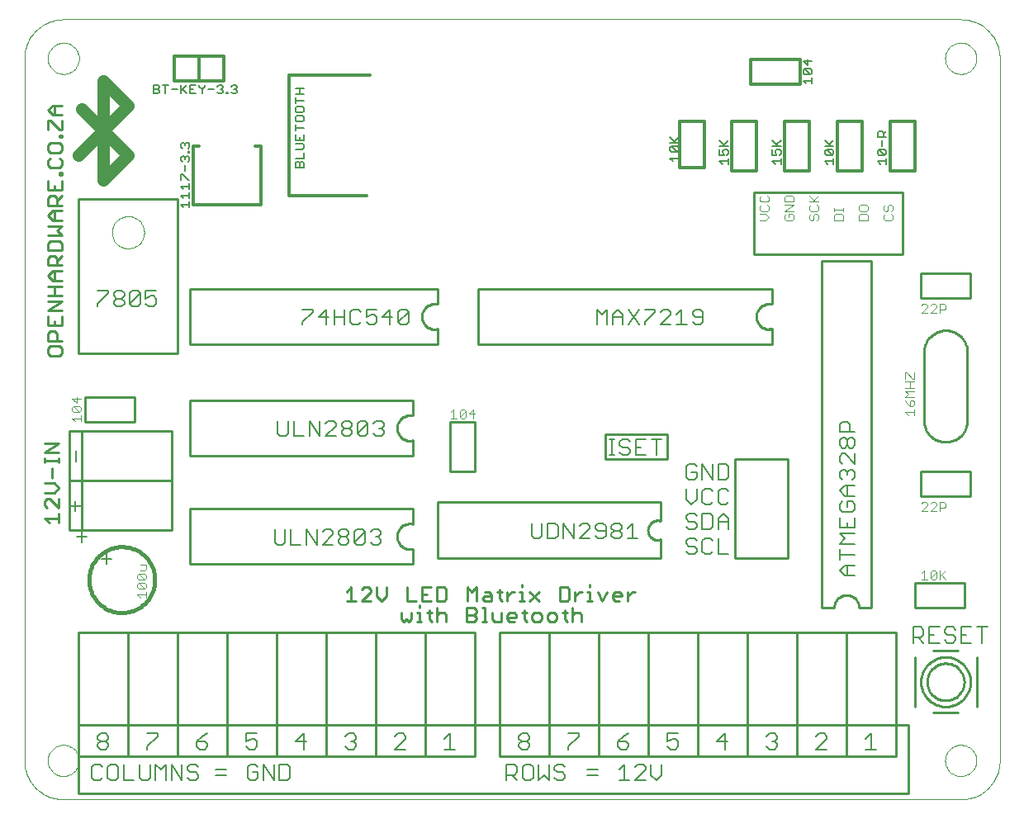
<source format=gto>
G75*
G70*
%OFA0B0*%
%FSLAX24Y24*%
%IPPOS*%
%LPD*%
%AMOC8*
5,1,8,0,0,1.08239X$1,22.5*
%
%ADD10C,0.0060*%
%ADD11C,0.0100*%
%ADD12C,0.0040*%
%ADD13C,0.0080*%
%ADD14C,0.0050*%
%ADD15C,0.0120*%
%ADD16C,0.0500*%
%ADD17C,0.0090*%
%ADD18C,0.0160*%
%ADD19C,0.0000*%
D10*
X007453Y043472D02*
X007666Y043472D01*
X007773Y043579D01*
X007990Y043579D02*
X007990Y044006D01*
X008097Y044113D01*
X008311Y044113D01*
X008417Y044006D01*
X008417Y043579D01*
X008311Y043472D01*
X008097Y043472D01*
X007990Y043579D01*
X007773Y044006D02*
X007666Y044113D01*
X007453Y044113D01*
X007346Y044006D01*
X007346Y043579D01*
X007453Y043472D01*
X008635Y043472D02*
X009062Y043472D01*
X009279Y043579D02*
X009279Y044113D01*
X009706Y044113D02*
X009706Y043579D01*
X009600Y043472D01*
X009386Y043472D01*
X009279Y043579D01*
X009924Y043472D02*
X009924Y044113D01*
X010137Y043899D01*
X010351Y044113D01*
X010351Y043472D01*
X010568Y043472D02*
X010568Y044113D01*
X010996Y043472D01*
X010996Y044113D01*
X011213Y044006D02*
X011213Y043899D01*
X011320Y043792D01*
X011533Y043792D01*
X011640Y043686D01*
X011640Y043579D01*
X011533Y043472D01*
X011320Y043472D01*
X011213Y043579D01*
X011213Y044006D02*
X011320Y044113D01*
X011533Y044113D01*
X011640Y044006D01*
X011703Y044722D02*
X011916Y044722D01*
X012023Y044829D01*
X012023Y044936D01*
X011916Y045042D01*
X011596Y045042D01*
X011596Y044829D01*
X011703Y044722D01*
X011596Y045042D02*
X011809Y045256D01*
X012023Y045363D01*
X012346Y043899D02*
X012773Y043899D01*
X012773Y043686D02*
X012346Y043686D01*
X013635Y043579D02*
X013742Y043472D01*
X013955Y043472D01*
X014062Y043579D01*
X014062Y043792D01*
X013848Y043792D01*
X013635Y044006D02*
X013635Y043579D01*
X013635Y044006D02*
X013742Y044113D01*
X013955Y044113D01*
X014062Y044006D01*
X014279Y044113D02*
X014279Y043472D01*
X014706Y043472D02*
X014279Y044113D01*
X014706Y044113D02*
X014706Y043472D01*
X014924Y043472D02*
X015244Y043472D01*
X015351Y043579D01*
X015351Y044006D01*
X015244Y044113D01*
X014924Y044113D01*
X014924Y043472D01*
X015916Y044722D02*
X015916Y045363D01*
X015596Y045042D01*
X016023Y045042D01*
X017596Y044829D02*
X017703Y044722D01*
X017916Y044722D01*
X018023Y044829D01*
X018023Y044936D01*
X017916Y045042D01*
X017809Y045042D01*
X017916Y045042D02*
X018023Y045149D01*
X018023Y045256D01*
X017916Y045363D01*
X017703Y045363D01*
X017596Y045256D01*
X019596Y045256D02*
X019703Y045363D01*
X019916Y045363D01*
X020023Y045256D01*
X020023Y045149D01*
X019596Y044722D01*
X020023Y044722D01*
X021596Y044722D02*
X022023Y044722D01*
X021809Y044722D02*
X021809Y045363D01*
X021596Y045149D01*
X024096Y044113D02*
X024096Y043472D01*
X024096Y043686D02*
X024416Y043686D01*
X024523Y043792D01*
X024523Y044006D01*
X024416Y044113D01*
X024096Y044113D01*
X024309Y043686D02*
X024523Y043472D01*
X024740Y043579D02*
X024847Y043472D01*
X025061Y043472D01*
X025167Y043579D01*
X025167Y044006D01*
X025061Y044113D01*
X024847Y044113D01*
X024740Y044006D01*
X024740Y043579D01*
X025385Y043472D02*
X025598Y043686D01*
X025812Y043472D01*
X025812Y044113D01*
X026029Y044006D02*
X026029Y043899D01*
X026136Y043792D01*
X026350Y043792D01*
X026456Y043686D01*
X026456Y043579D01*
X026350Y043472D01*
X026136Y043472D01*
X026029Y043579D01*
X026029Y044006D02*
X026136Y044113D01*
X026350Y044113D01*
X026456Y044006D01*
X026596Y044722D02*
X026596Y044829D01*
X027023Y045256D01*
X027023Y045363D01*
X026596Y045363D01*
X027346Y043899D02*
X027773Y043899D01*
X027773Y043686D02*
X027346Y043686D01*
X028635Y043899D02*
X028848Y044113D01*
X028848Y043472D01*
X028635Y043472D02*
X029062Y043472D01*
X029279Y043472D02*
X029706Y043899D01*
X029706Y044006D01*
X029600Y044113D01*
X029386Y044113D01*
X029279Y044006D01*
X029279Y043472D02*
X029706Y043472D01*
X029924Y043686D02*
X029924Y044113D01*
X030351Y044113D02*
X030351Y043686D01*
X030137Y043472D01*
X029924Y043686D01*
X030703Y044722D02*
X030596Y044829D01*
X030703Y044722D02*
X030916Y044722D01*
X031023Y044829D01*
X031023Y045042D01*
X030916Y045149D01*
X030809Y045149D01*
X030596Y045042D01*
X030596Y045363D01*
X031023Y045363D01*
X032596Y045042D02*
X033023Y045042D01*
X032916Y044722D02*
X032916Y045363D01*
X032596Y045042D01*
X034596Y044829D02*
X034703Y044722D01*
X034916Y044722D01*
X035023Y044829D01*
X035023Y044936D01*
X034916Y045042D01*
X034809Y045042D01*
X034916Y045042D02*
X035023Y045149D01*
X035023Y045256D01*
X034916Y045363D01*
X034703Y045363D01*
X034596Y045256D01*
X036596Y045256D02*
X036703Y045363D01*
X036916Y045363D01*
X037023Y045256D01*
X037023Y045149D01*
X036596Y044722D01*
X037023Y044722D01*
X038596Y044722D02*
X039023Y044722D01*
X038809Y044722D02*
X038809Y045363D01*
X038596Y045149D01*
X040498Y049022D02*
X040498Y049663D01*
X040818Y049663D01*
X040925Y049556D01*
X040925Y049342D01*
X040818Y049236D01*
X040498Y049236D01*
X040712Y049236D02*
X040925Y049022D01*
X041143Y049022D02*
X041143Y049663D01*
X041570Y049663D01*
X041787Y049556D02*
X041787Y049449D01*
X041894Y049342D01*
X042107Y049342D01*
X042214Y049236D01*
X042214Y049129D01*
X042107Y049022D01*
X041894Y049022D01*
X041787Y049129D01*
X041570Y049022D02*
X041143Y049022D01*
X041143Y049342D02*
X041356Y049342D01*
X041787Y049556D02*
X041894Y049663D01*
X042107Y049663D01*
X042214Y049556D01*
X042432Y049663D02*
X042432Y049022D01*
X042859Y049022D01*
X042645Y049342D02*
X042432Y049342D01*
X042432Y049663D02*
X042859Y049663D01*
X043076Y049663D02*
X043503Y049663D01*
X043290Y049663D02*
X043290Y049022D01*
X033062Y052597D02*
X032635Y052597D01*
X032635Y053238D01*
X032417Y053131D02*
X032311Y053238D01*
X032097Y053238D01*
X031990Y053131D01*
X031990Y052704D01*
X032097Y052597D01*
X032311Y052597D01*
X032417Y052704D01*
X031773Y052704D02*
X031666Y052597D01*
X031453Y052597D01*
X031346Y052704D01*
X031453Y052917D02*
X031666Y052917D01*
X031773Y052811D01*
X031773Y052704D01*
X031453Y052917D02*
X031346Y053024D01*
X031346Y053131D01*
X031453Y053238D01*
X031666Y053238D01*
X031773Y053131D01*
X031666Y053597D02*
X031773Y053704D01*
X031773Y053811D01*
X031666Y053917D01*
X031453Y053917D01*
X031346Y054024D01*
X031346Y054131D01*
X031453Y054238D01*
X031666Y054238D01*
X031773Y054131D01*
X031990Y054238D02*
X032311Y054238D01*
X032417Y054131D01*
X032417Y053704D01*
X032311Y053597D01*
X031990Y053597D01*
X031990Y054238D01*
X032097Y054597D02*
X032311Y054597D01*
X032417Y054704D01*
X032635Y054704D02*
X032742Y054597D01*
X032955Y054597D01*
X033062Y054704D01*
X033062Y055131D02*
X032955Y055238D01*
X032742Y055238D01*
X032635Y055131D01*
X032635Y054704D01*
X032417Y055131D02*
X032311Y055238D01*
X032097Y055238D01*
X031990Y055131D01*
X031990Y054704D01*
X032097Y054597D01*
X031773Y054811D02*
X031773Y055238D01*
X031666Y055597D02*
X031773Y055704D01*
X031773Y055917D01*
X031559Y055917D01*
X031346Y055704D02*
X031453Y055597D01*
X031666Y055597D01*
X031990Y055597D02*
X031990Y056238D01*
X032417Y055597D01*
X032417Y056238D01*
X032635Y056238D02*
X032955Y056238D01*
X033062Y056131D01*
X033062Y055704D01*
X032955Y055597D01*
X032635Y055597D01*
X032635Y056238D01*
X031773Y056131D02*
X031666Y056238D01*
X031453Y056238D01*
X031346Y056131D01*
X031346Y055704D01*
X031346Y055238D02*
X031346Y054811D01*
X031559Y054597D01*
X031773Y054811D01*
X032635Y054024D02*
X032848Y054238D01*
X033062Y054024D01*
X033062Y053597D01*
X033062Y053917D02*
X032635Y053917D01*
X032635Y054024D02*
X032635Y053597D01*
X031666Y053597D02*
X031453Y053597D01*
X031346Y053704D01*
X029023Y045363D02*
X028809Y045256D01*
X028596Y045042D01*
X028916Y045042D01*
X029023Y044936D01*
X029023Y044829D01*
X028916Y044722D01*
X028703Y044722D01*
X028596Y044829D01*
X028596Y045042D01*
X025385Y044113D02*
X025385Y043472D01*
X024916Y044722D02*
X024703Y044722D01*
X024596Y044829D01*
X024596Y044936D01*
X024703Y045042D01*
X024916Y045042D01*
X025023Y044936D01*
X025023Y044829D01*
X024916Y044722D01*
X024916Y045042D02*
X025023Y045149D01*
X025023Y045256D01*
X024916Y045363D01*
X024703Y045363D01*
X024596Y045256D01*
X024596Y045149D01*
X024703Y045042D01*
X014023Y045042D02*
X014023Y044829D01*
X013916Y044722D01*
X013703Y044722D01*
X013596Y044829D01*
X013596Y045042D02*
X013809Y045149D01*
X013916Y045149D01*
X014023Y045042D01*
X014023Y045363D02*
X013596Y045363D01*
X013596Y045042D01*
X010023Y045256D02*
X009596Y044829D01*
X009596Y044722D01*
X009596Y045363D02*
X010023Y045363D01*
X010023Y045256D01*
X008635Y044113D02*
X008635Y043472D01*
X007916Y044722D02*
X007703Y044722D01*
X007596Y044829D01*
X007596Y044936D01*
X007703Y045042D01*
X007916Y045042D01*
X008023Y044936D01*
X008023Y044829D01*
X007916Y044722D01*
X007916Y045042D02*
X008023Y045149D01*
X008023Y045256D01*
X007916Y045363D01*
X007703Y045363D01*
X007596Y045256D01*
X007596Y045149D01*
X007703Y045042D01*
X006684Y054329D02*
X006684Y054756D01*
X006471Y054542D02*
X006898Y054542D01*
X006715Y056347D02*
X006715Y056774D01*
X007596Y062597D02*
X007596Y062704D01*
X008023Y063131D01*
X008023Y063238D01*
X007596Y063238D01*
X008240Y063131D02*
X008240Y063024D01*
X008347Y062917D01*
X008561Y062917D01*
X008667Y062811D01*
X008667Y062704D01*
X008561Y062597D01*
X008347Y062597D01*
X008240Y062704D01*
X008240Y062811D01*
X008347Y062917D01*
X008561Y062917D02*
X008667Y063024D01*
X008667Y063131D01*
X008561Y063238D01*
X008347Y063238D01*
X008240Y063131D01*
X008885Y063131D02*
X008885Y062704D01*
X009312Y063131D01*
X009312Y062704D01*
X009205Y062597D01*
X008992Y062597D01*
X008885Y062704D01*
X008885Y063131D02*
X008992Y063238D01*
X009205Y063238D01*
X009312Y063131D01*
X009529Y063238D02*
X009529Y062917D01*
X009743Y063024D01*
X009850Y063024D01*
X009956Y062917D01*
X009956Y062704D01*
X009850Y062597D01*
X009636Y062597D01*
X009529Y062704D01*
X009529Y063238D02*
X009956Y063238D01*
D11*
X011316Y063317D02*
X011316Y061067D01*
X021316Y061067D01*
X021316Y061692D01*
X021272Y061683D01*
X021228Y061678D01*
X021184Y061677D01*
X021139Y061680D01*
X021095Y061686D01*
X021052Y061696D01*
X021009Y061710D01*
X020969Y061728D01*
X020929Y061748D01*
X020892Y061773D01*
X020857Y061800D01*
X020824Y061830D01*
X020794Y061863D01*
X020767Y061899D01*
X020744Y061937D01*
X020723Y061976D01*
X020706Y062017D01*
X020693Y062060D01*
X020684Y062103D01*
X020678Y062148D01*
X020676Y062192D01*
X020678Y062236D01*
X020684Y062281D01*
X020693Y062324D01*
X020706Y062367D01*
X020723Y062408D01*
X020744Y062447D01*
X020767Y062485D01*
X020794Y062521D01*
X020824Y062554D01*
X020857Y062584D01*
X020892Y062611D01*
X020929Y062636D01*
X020969Y062656D01*
X021009Y062674D01*
X021052Y062688D01*
X021095Y062698D01*
X021139Y062704D01*
X021184Y062707D01*
X021228Y062706D01*
X021272Y062701D01*
X021316Y062692D01*
X021316Y063317D01*
X011316Y063317D01*
X010816Y060692D02*
X010816Y066942D01*
X006816Y066942D01*
X006816Y060692D01*
X010816Y060692D01*
X011316Y058817D02*
X020316Y058817D01*
X020316Y058192D01*
X020272Y058201D01*
X020228Y058206D01*
X020184Y058207D01*
X020139Y058204D01*
X020095Y058198D01*
X020052Y058188D01*
X020009Y058174D01*
X019969Y058156D01*
X019929Y058136D01*
X019892Y058111D01*
X019857Y058084D01*
X019824Y058054D01*
X019794Y058021D01*
X019767Y057985D01*
X019744Y057947D01*
X019723Y057908D01*
X019706Y057867D01*
X019693Y057824D01*
X019684Y057781D01*
X019678Y057736D01*
X019676Y057692D01*
X019678Y057648D01*
X019684Y057603D01*
X019693Y057560D01*
X019706Y057517D01*
X019723Y057476D01*
X019744Y057437D01*
X019767Y057399D01*
X019794Y057363D01*
X019824Y057330D01*
X019857Y057300D01*
X019892Y057273D01*
X019929Y057248D01*
X019969Y057228D01*
X020009Y057210D01*
X020052Y057196D01*
X020095Y057186D01*
X020139Y057180D01*
X020184Y057177D01*
X020228Y057178D01*
X020272Y057183D01*
X020316Y057192D01*
X020316Y056567D01*
X011316Y056567D01*
X011316Y058817D01*
X010566Y057567D02*
X006941Y057567D01*
X006441Y057567D01*
X006441Y055567D01*
X006441Y053567D01*
X006941Y053567D01*
X006941Y055567D01*
X006441Y055567D01*
X006941Y055567D02*
X010566Y055567D01*
X010566Y057567D01*
X010566Y055567D02*
X010566Y053567D01*
X006941Y053567D01*
X006941Y055567D02*
X006941Y057567D01*
X007066Y057942D02*
X007066Y058942D01*
X009066Y058942D01*
X009066Y057942D01*
X007066Y057942D01*
X011316Y054442D02*
X011316Y052192D01*
X020316Y052192D01*
X020316Y052817D01*
X020272Y052808D01*
X020228Y052803D01*
X020184Y052802D01*
X020139Y052805D01*
X020095Y052811D01*
X020052Y052821D01*
X020009Y052835D01*
X019969Y052853D01*
X019929Y052873D01*
X019892Y052898D01*
X019857Y052925D01*
X019824Y052955D01*
X019794Y052988D01*
X019767Y053024D01*
X019744Y053062D01*
X019723Y053101D01*
X019706Y053142D01*
X019693Y053185D01*
X019684Y053228D01*
X019678Y053273D01*
X019676Y053317D01*
X019678Y053361D01*
X019684Y053406D01*
X019693Y053449D01*
X019706Y053492D01*
X019723Y053533D01*
X019744Y053572D01*
X019767Y053610D01*
X019794Y053646D01*
X019824Y053679D01*
X019857Y053709D01*
X019892Y053736D01*
X019929Y053761D01*
X019969Y053781D01*
X020009Y053799D01*
X020052Y053813D01*
X020095Y053823D01*
X020139Y053829D01*
X020184Y053832D01*
X020228Y053831D01*
X020272Y053826D01*
X020316Y053817D01*
X020316Y054442D01*
X011316Y054442D01*
X010816Y049442D02*
X008816Y049442D01*
X008816Y045692D01*
X008816Y044442D01*
X006816Y044442D01*
X006816Y042942D01*
X040316Y042942D01*
X040316Y045692D01*
X039816Y045692D01*
X039816Y044442D01*
X037816Y044442D01*
X037816Y049442D01*
X035816Y049442D01*
X035816Y044442D01*
X037816Y044442D01*
X035816Y044442D02*
X033816Y044442D01*
X033816Y049442D01*
X031816Y049442D01*
X031816Y044442D01*
X033816Y044442D01*
X031816Y044442D02*
X029816Y044442D01*
X029816Y049442D01*
X027816Y049442D01*
X027816Y044442D01*
X029816Y044442D01*
X027816Y044442D02*
X025816Y044442D01*
X025816Y049442D01*
X023816Y049442D01*
X023816Y045692D01*
X023816Y044442D01*
X025816Y044442D01*
X023816Y045692D02*
X039816Y045692D01*
X039816Y049442D01*
X037816Y049442D01*
X038316Y050442D02*
X038314Y050486D01*
X038308Y050529D01*
X038299Y050571D01*
X038286Y050613D01*
X038269Y050653D01*
X038249Y050692D01*
X038226Y050729D01*
X038199Y050763D01*
X038170Y050796D01*
X038137Y050825D01*
X038103Y050852D01*
X038066Y050875D01*
X038027Y050895D01*
X037987Y050912D01*
X037945Y050925D01*
X037903Y050934D01*
X037860Y050940D01*
X037816Y050942D01*
X037772Y050940D01*
X037729Y050934D01*
X037687Y050925D01*
X037645Y050912D01*
X037605Y050895D01*
X037566Y050875D01*
X037529Y050852D01*
X037495Y050825D01*
X037462Y050796D01*
X037433Y050763D01*
X037406Y050729D01*
X037383Y050692D01*
X037363Y050653D01*
X037346Y050613D01*
X037333Y050571D01*
X037324Y050529D01*
X037318Y050486D01*
X037316Y050442D01*
X036816Y050442D01*
X036816Y064442D01*
X038816Y064442D01*
X038816Y050442D01*
X038316Y050442D01*
X040566Y050442D02*
X040566Y051442D01*
X042566Y051442D01*
X042566Y050442D01*
X040566Y050442D01*
X041316Y048692D02*
X042316Y048692D01*
X043066Y048442D02*
X043066Y046442D01*
X042316Y046192D02*
X041316Y046192D01*
X041566Y046192D02*
X042066Y046192D01*
X041066Y047442D02*
X041068Y047496D01*
X041074Y047550D01*
X041084Y047603D01*
X041097Y047656D01*
X041114Y047707D01*
X041135Y047757D01*
X041160Y047805D01*
X041188Y047852D01*
X041219Y047896D01*
X041253Y047938D01*
X041290Y047977D01*
X041330Y048014D01*
X041373Y048047D01*
X041418Y048078D01*
X041465Y048105D01*
X041513Y048128D01*
X041564Y048148D01*
X041615Y048165D01*
X041668Y048177D01*
X041721Y048186D01*
X041775Y048191D01*
X041830Y048192D01*
X041884Y048189D01*
X041937Y048182D01*
X041990Y048171D01*
X042043Y048157D01*
X042094Y048139D01*
X042143Y048117D01*
X042191Y048092D01*
X042237Y048063D01*
X042281Y048031D01*
X042322Y047996D01*
X042360Y047958D01*
X042396Y047917D01*
X042429Y047874D01*
X042459Y047829D01*
X042485Y047781D01*
X042508Y047732D01*
X042527Y047681D01*
X042542Y047630D01*
X042554Y047577D01*
X042562Y047523D01*
X042566Y047469D01*
X042566Y047415D01*
X042562Y047361D01*
X042554Y047307D01*
X042542Y047254D01*
X042527Y047203D01*
X042508Y047152D01*
X042485Y047103D01*
X042459Y047055D01*
X042429Y047010D01*
X042396Y046967D01*
X042360Y046926D01*
X042322Y046888D01*
X042281Y046853D01*
X042237Y046821D01*
X042191Y046792D01*
X042143Y046767D01*
X042094Y046745D01*
X042043Y046727D01*
X041990Y046713D01*
X041937Y046702D01*
X041884Y046695D01*
X041830Y046692D01*
X041775Y046693D01*
X041721Y046698D01*
X041668Y046707D01*
X041615Y046719D01*
X041564Y046736D01*
X041513Y046756D01*
X041465Y046779D01*
X041418Y046806D01*
X041373Y046837D01*
X041330Y046870D01*
X041290Y046907D01*
X041253Y046946D01*
X041219Y046988D01*
X041188Y047032D01*
X041160Y047079D01*
X041135Y047127D01*
X041114Y047177D01*
X041097Y047228D01*
X041084Y047281D01*
X041074Y047334D01*
X041068Y047388D01*
X041066Y047442D01*
X040816Y047442D02*
X040818Y047505D01*
X040824Y047567D01*
X040834Y047629D01*
X040847Y047691D01*
X040865Y047751D01*
X040886Y047810D01*
X040911Y047868D01*
X040940Y047924D01*
X040972Y047978D01*
X041007Y048030D01*
X041045Y048079D01*
X041087Y048127D01*
X041131Y048171D01*
X041179Y048213D01*
X041228Y048251D01*
X041280Y048286D01*
X041334Y048318D01*
X041390Y048347D01*
X041448Y048372D01*
X041507Y048393D01*
X041567Y048411D01*
X041629Y048424D01*
X041691Y048434D01*
X041753Y048440D01*
X041816Y048442D01*
X041879Y048440D01*
X041941Y048434D01*
X042003Y048424D01*
X042065Y048411D01*
X042125Y048393D01*
X042184Y048372D01*
X042242Y048347D01*
X042298Y048318D01*
X042352Y048286D01*
X042404Y048251D01*
X042453Y048213D01*
X042501Y048171D01*
X042545Y048127D01*
X042587Y048079D01*
X042625Y048030D01*
X042660Y047978D01*
X042692Y047924D01*
X042721Y047868D01*
X042746Y047810D01*
X042767Y047751D01*
X042785Y047691D01*
X042798Y047629D01*
X042808Y047567D01*
X042814Y047505D01*
X042816Y047442D01*
X042814Y047379D01*
X042808Y047317D01*
X042798Y047255D01*
X042785Y047193D01*
X042767Y047133D01*
X042746Y047074D01*
X042721Y047016D01*
X042692Y046960D01*
X042660Y046906D01*
X042625Y046854D01*
X042587Y046805D01*
X042545Y046757D01*
X042501Y046713D01*
X042453Y046671D01*
X042404Y046633D01*
X042352Y046598D01*
X042298Y046566D01*
X042242Y046537D01*
X042184Y046512D01*
X042125Y046491D01*
X042065Y046473D01*
X042003Y046460D01*
X041941Y046450D01*
X041879Y046444D01*
X041816Y046442D01*
X041753Y046444D01*
X041691Y046450D01*
X041629Y046460D01*
X041567Y046473D01*
X041507Y046491D01*
X041448Y046512D01*
X041390Y046537D01*
X041334Y046566D01*
X041280Y046598D01*
X041228Y046633D01*
X041179Y046671D01*
X041131Y046713D01*
X041087Y046757D01*
X041045Y046805D01*
X041007Y046854D01*
X040972Y046906D01*
X040940Y046960D01*
X040911Y047016D01*
X040886Y047074D01*
X040865Y047133D01*
X040847Y047193D01*
X040834Y047255D01*
X040824Y047317D01*
X040818Y047379D01*
X040816Y047442D01*
X040566Y048192D02*
X040566Y046692D01*
X040566Y046442D02*
X040566Y048442D01*
X040816Y054942D02*
X040816Y055942D01*
X042816Y055942D01*
X042816Y054942D01*
X040816Y054942D01*
X040941Y057942D02*
X040941Y058067D01*
X040941Y060817D01*
X040947Y060875D01*
X040957Y060931D01*
X040970Y060987D01*
X040987Y061042D01*
X041008Y061095D01*
X041032Y061147D01*
X041059Y061198D01*
X041090Y061246D01*
X041123Y061293D01*
X041160Y061337D01*
X041200Y061379D01*
X041242Y061418D01*
X041286Y061454D01*
X041333Y061487D01*
X041382Y061517D01*
X041433Y061544D01*
X041485Y061567D01*
X041539Y061587D01*
X041594Y061603D01*
X041650Y061616D01*
X041707Y061625D01*
X041764Y061630D01*
X041821Y061632D01*
X041878Y061630D01*
X041936Y061624D01*
X041992Y061614D01*
X042048Y061601D01*
X042103Y061584D01*
X042156Y061563D01*
X042208Y061539D01*
X042259Y061512D01*
X042307Y061481D01*
X042354Y061448D01*
X042398Y061411D01*
X042440Y061371D01*
X042479Y061329D01*
X042515Y061285D01*
X042548Y061238D01*
X042578Y061189D01*
X042605Y061138D01*
X042628Y061086D01*
X042648Y061032D01*
X042664Y060977D01*
X042677Y060921D01*
X042686Y060864D01*
X042691Y060807D01*
X042693Y060750D01*
X042691Y060693D01*
X042691Y060692D02*
X042691Y057942D01*
X042691Y057943D02*
X042685Y057885D01*
X042675Y057829D01*
X042662Y057773D01*
X042645Y057718D01*
X042624Y057665D01*
X042600Y057613D01*
X042573Y057562D01*
X042542Y057514D01*
X042509Y057467D01*
X042472Y057423D01*
X042432Y057381D01*
X042390Y057342D01*
X042346Y057306D01*
X042299Y057273D01*
X042250Y057243D01*
X042199Y057216D01*
X042147Y057193D01*
X042093Y057173D01*
X042038Y057157D01*
X041982Y057144D01*
X041925Y057135D01*
X041868Y057130D01*
X041811Y057128D01*
X041754Y057130D01*
X041696Y057136D01*
X041640Y057146D01*
X041584Y057159D01*
X041529Y057176D01*
X041476Y057197D01*
X041424Y057221D01*
X041373Y057248D01*
X041325Y057279D01*
X041278Y057312D01*
X041234Y057349D01*
X041192Y057389D01*
X041153Y057431D01*
X041117Y057475D01*
X041084Y057522D01*
X041054Y057571D01*
X041027Y057622D01*
X041004Y057674D01*
X040984Y057728D01*
X040968Y057783D01*
X040955Y057839D01*
X040946Y057896D01*
X040941Y057953D01*
X040939Y058010D01*
X040941Y058067D01*
X042691Y060692D02*
X042691Y060817D01*
X042816Y062942D02*
X042816Y063942D01*
X040816Y063942D01*
X040816Y062942D01*
X042816Y062942D01*
X040066Y064692D02*
X040066Y067192D01*
X034066Y067192D01*
X034066Y064692D01*
X040066Y064692D01*
X034816Y063317D02*
X034816Y062692D01*
X034772Y062701D01*
X034728Y062706D01*
X034684Y062707D01*
X034639Y062704D01*
X034595Y062698D01*
X034552Y062688D01*
X034509Y062674D01*
X034469Y062656D01*
X034429Y062636D01*
X034392Y062611D01*
X034357Y062584D01*
X034324Y062554D01*
X034294Y062521D01*
X034267Y062485D01*
X034244Y062447D01*
X034223Y062408D01*
X034206Y062367D01*
X034193Y062324D01*
X034184Y062281D01*
X034178Y062236D01*
X034176Y062192D01*
X034178Y062148D01*
X034184Y062103D01*
X034193Y062060D01*
X034206Y062017D01*
X034223Y061976D01*
X034244Y061937D01*
X034267Y061899D01*
X034294Y061863D01*
X034324Y061830D01*
X034357Y061800D01*
X034392Y061773D01*
X034429Y061748D01*
X034469Y061728D01*
X034509Y061710D01*
X034552Y061696D01*
X034595Y061686D01*
X034639Y061680D01*
X034684Y061677D01*
X034728Y061678D01*
X034772Y061683D01*
X034816Y061692D01*
X034816Y061067D01*
X022941Y061067D01*
X022941Y063317D01*
X034816Y063317D01*
X034816Y061692D02*
X034691Y061692D01*
X035441Y056442D02*
X033316Y056442D01*
X033316Y052442D01*
X035441Y052442D01*
X035441Y056442D01*
X035816Y049442D02*
X033816Y049442D01*
X031816Y049442D02*
X029816Y049442D01*
X027816Y049442D02*
X025816Y049442D01*
X023816Y045692D02*
X020816Y045692D01*
X020816Y044442D01*
X018816Y044442D01*
X018816Y045692D01*
X018816Y049442D01*
X020816Y049442D01*
X020816Y045692D01*
X018816Y045692D01*
X016816Y045692D01*
X016816Y044442D01*
X014816Y044442D01*
X014816Y045692D01*
X014816Y049442D01*
X016816Y049442D01*
X016816Y045692D01*
X014816Y045692D01*
X012816Y045692D01*
X012816Y044442D01*
X010816Y044442D01*
X010816Y045692D01*
X010816Y049442D01*
X012816Y049442D01*
X012816Y045692D01*
X010816Y045692D01*
X008816Y045692D01*
X006816Y045692D01*
X006816Y044442D02*
X006816Y049442D01*
X008816Y049442D01*
X008816Y044442D02*
X010816Y044442D01*
X012816Y044442D02*
X014816Y044442D01*
X016816Y044442D02*
X018816Y044442D01*
X020816Y044442D02*
X022816Y044442D01*
X022816Y049442D01*
X020816Y049442D01*
X018816Y049442D02*
X016816Y049442D01*
X014816Y049442D02*
X012816Y049442D01*
X020316Y057192D02*
X020272Y057183D01*
X020228Y057178D01*
X020184Y057177D01*
X020139Y057180D01*
X020095Y057186D01*
X020052Y057196D01*
X020009Y057210D01*
X019969Y057228D01*
X019929Y057248D01*
X019892Y057273D01*
X019857Y057300D01*
X019824Y057330D01*
X019794Y057363D01*
X019767Y057399D01*
X019744Y057437D01*
X019723Y057476D01*
X019706Y057517D01*
X019693Y057560D01*
X019684Y057603D01*
X019678Y057648D01*
X019676Y057692D01*
X019678Y057736D01*
X019684Y057781D01*
X019693Y057824D01*
X019706Y057867D01*
X019723Y057908D01*
X019744Y057947D01*
X019767Y057985D01*
X019794Y058021D01*
X019824Y058054D01*
X019857Y058084D01*
X019892Y058111D01*
X019929Y058136D01*
X019969Y058156D01*
X020009Y058174D01*
X020052Y058188D01*
X020095Y058198D01*
X020139Y058204D01*
X020184Y058207D01*
X020228Y058206D01*
X020272Y058201D01*
X020316Y058192D01*
X021816Y057942D02*
X021816Y055942D01*
X022816Y055942D01*
X022816Y057942D01*
X021816Y057942D01*
X021316Y054692D02*
X021316Y052442D01*
X030316Y052442D01*
X030316Y053192D01*
X030278Y053182D01*
X030239Y053175D01*
X030200Y053172D01*
X030161Y053173D01*
X030122Y053178D01*
X030083Y053187D01*
X030046Y053200D01*
X030010Y053216D01*
X029976Y053235D01*
X029944Y053258D01*
X029915Y053285D01*
X029888Y053313D01*
X029864Y053345D01*
X029844Y053378D01*
X029827Y053414D01*
X029814Y053451D01*
X029804Y053489D01*
X029798Y053528D01*
X029796Y053567D01*
X029798Y053606D01*
X029804Y053645D01*
X029814Y053683D01*
X029827Y053720D01*
X029844Y053756D01*
X029864Y053789D01*
X029888Y053821D01*
X029915Y053849D01*
X029944Y053876D01*
X029976Y053899D01*
X030010Y053918D01*
X030046Y053934D01*
X030083Y053947D01*
X030122Y053956D01*
X030161Y053961D01*
X030200Y053962D01*
X030239Y053959D01*
X030278Y053952D01*
X030316Y053942D01*
X030316Y054692D01*
X021316Y054692D01*
X028066Y056442D02*
X030566Y056442D01*
X030566Y057442D01*
X028066Y057442D01*
X028066Y056442D01*
D12*
X022813Y058267D02*
X022572Y058267D01*
X022753Y058447D01*
X022753Y058087D01*
X022444Y058147D02*
X022384Y058087D01*
X022264Y058087D01*
X022204Y058147D01*
X022444Y058387D01*
X022444Y058147D01*
X022204Y058147D02*
X022204Y058387D01*
X022264Y058447D01*
X022384Y058447D01*
X022444Y058387D01*
X022076Y058087D02*
X021836Y058087D01*
X021956Y058087D02*
X021956Y058447D01*
X021836Y058327D01*
X009546Y052182D02*
X009306Y052182D01*
X009546Y052182D02*
X009546Y052002D01*
X009486Y051942D01*
X009306Y051942D01*
X009245Y051814D02*
X009486Y051574D01*
X009546Y051634D01*
X009546Y051754D01*
X009486Y051814D01*
X009245Y051814D01*
X009185Y051754D01*
X009185Y051634D01*
X009245Y051574D01*
X009486Y051574D01*
X009486Y051446D02*
X009546Y051386D01*
X009546Y051266D01*
X009486Y051205D01*
X009245Y051446D01*
X009486Y051446D01*
X009245Y051446D02*
X009185Y051386D01*
X009185Y051266D01*
X009245Y051205D01*
X009486Y051205D01*
X009546Y051077D02*
X009546Y050837D01*
X009546Y050957D02*
X009185Y050957D01*
X009306Y050837D01*
X006921Y057962D02*
X006921Y058202D01*
X006921Y058082D02*
X006560Y058082D01*
X006681Y057962D01*
X006620Y058330D02*
X006560Y058391D01*
X006560Y058511D01*
X006620Y058571D01*
X006861Y058330D01*
X006921Y058391D01*
X006921Y058511D01*
X006861Y058571D01*
X006620Y058571D01*
X006741Y058699D02*
X006741Y058939D01*
X006921Y058879D02*
X006560Y058879D01*
X006741Y058699D01*
X006861Y058330D02*
X006620Y058330D01*
X034310Y066087D02*
X034551Y066087D01*
X034671Y066207D01*
X034551Y066327D01*
X034310Y066327D01*
X034370Y066455D02*
X034611Y066455D01*
X034671Y066516D01*
X034671Y066636D01*
X034611Y066696D01*
X034611Y066824D02*
X034671Y066884D01*
X034671Y067004D01*
X034611Y067064D01*
X034611Y066824D02*
X034370Y066824D01*
X034310Y066884D01*
X034310Y067004D01*
X034370Y067064D01*
X034370Y066696D02*
X034310Y066636D01*
X034310Y066516D01*
X034370Y066455D01*
X035310Y066455D02*
X035671Y066696D01*
X035310Y066696D01*
X035310Y066824D02*
X035310Y067004D01*
X035370Y067064D01*
X035611Y067064D01*
X035671Y067004D01*
X035671Y066824D01*
X035310Y066824D01*
X035310Y066455D02*
X035671Y066455D01*
X035611Y066327D02*
X035491Y066327D01*
X035491Y066207D01*
X035611Y066087D02*
X035370Y066087D01*
X035310Y066147D01*
X035310Y066267D01*
X035370Y066327D01*
X035611Y066327D02*
X035671Y066267D01*
X035671Y066147D01*
X035611Y066087D01*
X036310Y066147D02*
X036370Y066087D01*
X036431Y066087D01*
X036491Y066147D01*
X036491Y066267D01*
X036551Y066327D01*
X036611Y066327D01*
X036671Y066267D01*
X036671Y066147D01*
X036611Y066087D01*
X036310Y066147D02*
X036310Y066267D01*
X036370Y066327D01*
X036370Y066455D02*
X036611Y066455D01*
X036671Y066516D01*
X036671Y066636D01*
X036611Y066696D01*
X036671Y066824D02*
X036310Y066824D01*
X036370Y066696D02*
X036310Y066636D01*
X036310Y066516D01*
X036370Y066455D01*
X036551Y066824D02*
X036310Y067064D01*
X036491Y066884D02*
X036671Y067064D01*
X037310Y066576D02*
X037310Y066455D01*
X037310Y066516D02*
X037671Y066516D01*
X037671Y066576D02*
X037671Y066455D01*
X037611Y066327D02*
X037370Y066327D01*
X037310Y066267D01*
X037310Y066087D01*
X037671Y066087D01*
X037671Y066267D01*
X037611Y066327D01*
X038310Y066267D02*
X038310Y066087D01*
X038671Y066087D01*
X038671Y066267D01*
X038611Y066327D01*
X038370Y066327D01*
X038310Y066267D01*
X038370Y066455D02*
X038611Y066455D01*
X038671Y066516D01*
X038671Y066636D01*
X038611Y066696D01*
X038370Y066696D01*
X038310Y066636D01*
X038310Y066516D01*
X038370Y066455D01*
X039310Y066516D02*
X039370Y066455D01*
X039431Y066455D01*
X039491Y066516D01*
X039491Y066636D01*
X039551Y066696D01*
X039611Y066696D01*
X039671Y066636D01*
X039671Y066516D01*
X039611Y066455D01*
X039611Y066327D02*
X039671Y066267D01*
X039671Y066147D01*
X039611Y066087D01*
X039370Y066087D01*
X039310Y066147D01*
X039310Y066267D01*
X039370Y066327D01*
X039310Y066516D02*
X039310Y066636D01*
X039370Y066696D01*
X040896Y062697D02*
X040836Y062637D01*
X040896Y062697D02*
X041016Y062697D01*
X041076Y062637D01*
X041076Y062577D01*
X040836Y062337D01*
X041076Y062337D01*
X041204Y062337D02*
X041444Y062577D01*
X041444Y062637D01*
X041384Y062697D01*
X041264Y062697D01*
X041204Y062637D01*
X041204Y062337D02*
X041444Y062337D01*
X041572Y062337D02*
X041572Y062697D01*
X041753Y062697D01*
X041813Y062637D01*
X041813Y062517D01*
X041753Y062457D01*
X041572Y062457D01*
X040546Y059926D02*
X040546Y059685D01*
X040486Y059685D01*
X040245Y059926D01*
X040185Y059926D01*
X040185Y059685D01*
X040185Y059557D02*
X040546Y059557D01*
X040366Y059557D02*
X040366Y059317D01*
X040546Y059317D02*
X040185Y059317D01*
X040185Y059189D02*
X040546Y059189D01*
X040546Y058949D02*
X040185Y058949D01*
X040306Y059069D01*
X040185Y059189D01*
X040185Y058821D02*
X040245Y058701D01*
X040366Y058580D01*
X040366Y058761D01*
X040426Y058821D01*
X040486Y058821D01*
X040546Y058761D01*
X040546Y058641D01*
X040486Y058580D01*
X040366Y058580D01*
X040546Y058452D02*
X040546Y058212D01*
X040546Y058332D02*
X040185Y058332D01*
X040306Y058212D01*
X040896Y054697D02*
X040836Y054637D01*
X040896Y054697D02*
X041016Y054697D01*
X041076Y054637D01*
X041076Y054577D01*
X040836Y054337D01*
X041076Y054337D01*
X041204Y054337D02*
X041444Y054577D01*
X041444Y054637D01*
X041384Y054697D01*
X041264Y054697D01*
X041204Y054637D01*
X041204Y054337D02*
X041444Y054337D01*
X041572Y054337D02*
X041572Y054697D01*
X041753Y054697D01*
X041813Y054637D01*
X041813Y054517D01*
X041753Y054457D01*
X041572Y054457D01*
X041572Y051947D02*
X041572Y051587D01*
X041572Y051707D02*
X041813Y051947D01*
X041632Y051767D02*
X041813Y051587D01*
X041444Y051647D02*
X041384Y051587D01*
X041264Y051587D01*
X041204Y051647D01*
X041444Y051887D01*
X041444Y051647D01*
X041204Y051647D02*
X041204Y051887D01*
X041264Y051947D01*
X041384Y051947D01*
X041444Y051887D01*
X041076Y051587D02*
X040836Y051587D01*
X040956Y051587D02*
X040956Y051947D01*
X040836Y051827D01*
D13*
X038151Y051732D02*
X037737Y051732D01*
X037530Y051939D01*
X037737Y052146D01*
X038151Y052146D01*
X037840Y052146D02*
X037840Y051732D01*
X037530Y052377D02*
X037530Y052790D01*
X037530Y052584D02*
X038151Y052584D01*
X038151Y053021D02*
X037530Y053021D01*
X037737Y053228D01*
X037530Y053435D01*
X038151Y053435D01*
X038151Y053666D02*
X038151Y054080D01*
X038047Y054310D02*
X038151Y054414D01*
X038151Y054621D01*
X038047Y054724D01*
X037840Y054724D01*
X037840Y054517D01*
X037634Y054310D02*
X037530Y054414D01*
X037530Y054621D01*
X037634Y054724D01*
X037737Y054955D02*
X037530Y055162D01*
X037737Y055369D01*
X038151Y055369D01*
X038047Y055599D02*
X038151Y055703D01*
X038151Y055910D01*
X038047Y056013D01*
X037944Y056013D01*
X037840Y055910D01*
X037840Y055806D01*
X037840Y055910D02*
X037737Y056013D01*
X037634Y056013D01*
X037530Y055910D01*
X037530Y055703D01*
X037634Y055599D01*
X037840Y055369D02*
X037840Y054955D01*
X037737Y054955D02*
X038151Y054955D01*
X038047Y054310D02*
X037634Y054310D01*
X037530Y054080D02*
X037530Y053666D01*
X038151Y053666D01*
X037840Y053666D02*
X037840Y053873D01*
X037634Y056244D02*
X037530Y056347D01*
X037530Y056554D01*
X037634Y056658D01*
X037737Y056658D01*
X038151Y056244D01*
X038151Y056658D01*
X038047Y056889D02*
X037944Y056889D01*
X037840Y056992D01*
X037840Y057199D01*
X037944Y057302D01*
X038047Y057302D01*
X038151Y057199D01*
X038151Y056992D01*
X038047Y056889D01*
X037840Y056992D02*
X037737Y056889D01*
X037634Y056889D01*
X037530Y056992D01*
X037530Y057199D01*
X037634Y057302D01*
X037737Y057302D01*
X037840Y057199D01*
X037944Y057533D02*
X037944Y057843D01*
X037840Y057947D01*
X037634Y057947D01*
X037530Y057843D01*
X037530Y057533D01*
X038151Y057533D01*
X032012Y061961D02*
X032012Y062374D01*
X031908Y062478D01*
X031701Y062478D01*
X031598Y062374D01*
X031598Y062271D01*
X031701Y062167D01*
X032012Y062167D01*
X032012Y061961D02*
X031908Y061857D01*
X031701Y061857D01*
X031598Y061961D01*
X031367Y061857D02*
X030953Y061857D01*
X031160Y061857D02*
X031160Y062478D01*
X030953Y062271D01*
X030723Y062271D02*
X030309Y061857D01*
X030723Y061857D01*
X030723Y062271D02*
X030723Y062374D01*
X030619Y062478D01*
X030412Y062478D01*
X030309Y062374D01*
X030078Y062374D02*
X029664Y061961D01*
X029664Y061857D01*
X029434Y061857D02*
X029020Y062478D01*
X028789Y062271D02*
X028789Y061857D01*
X029020Y061857D02*
X029434Y062478D01*
X029664Y062478D02*
X030078Y062478D01*
X030078Y062374D01*
X028789Y062271D02*
X028582Y062478D01*
X028375Y062271D01*
X028375Y061857D01*
X028144Y061857D02*
X028144Y062478D01*
X027938Y062271D01*
X027731Y062478D01*
X027731Y061857D01*
X028375Y062167D02*
X028789Y062167D01*
X028764Y057228D02*
X028660Y057124D01*
X028660Y057021D01*
X028764Y056917D01*
X028971Y056917D01*
X029074Y056814D01*
X029074Y056711D01*
X028971Y056607D01*
X028764Y056607D01*
X028660Y056711D01*
X028438Y056607D02*
X028231Y056607D01*
X028334Y056607D02*
X028334Y057228D01*
X028231Y057228D02*
X028438Y057228D01*
X028764Y057228D02*
X028971Y057228D01*
X029074Y057124D01*
X029305Y057228D02*
X029305Y056607D01*
X029719Y056607D01*
X029512Y056917D02*
X029305Y056917D01*
X029305Y057228D02*
X029719Y057228D01*
X029950Y057228D02*
X030363Y057228D01*
X030156Y057228D02*
X030156Y056607D01*
X029180Y053853D02*
X029180Y053232D01*
X028973Y053232D02*
X029387Y053232D01*
X028973Y053646D02*
X029180Y053853D01*
X028742Y053749D02*
X028742Y053646D01*
X028639Y053542D01*
X028432Y053542D01*
X028328Y053646D01*
X028328Y053749D01*
X028432Y053853D01*
X028639Y053853D01*
X028742Y053749D01*
X028639Y053542D02*
X028742Y053439D01*
X028742Y053336D01*
X028639Y053232D01*
X028432Y053232D01*
X028328Y053336D01*
X028328Y053439D01*
X028432Y053542D01*
X028098Y053542D02*
X027787Y053542D01*
X027684Y053646D01*
X027684Y053749D01*
X027787Y053853D01*
X027994Y053853D01*
X028098Y053749D01*
X028098Y053336D01*
X027994Y053232D01*
X027787Y053232D01*
X027684Y053336D01*
X027453Y053232D02*
X027039Y053232D01*
X027453Y053646D01*
X027453Y053749D01*
X027350Y053853D01*
X027143Y053853D01*
X027039Y053749D01*
X026809Y053853D02*
X026809Y053232D01*
X026395Y053853D01*
X026395Y053232D01*
X026164Y053336D02*
X026164Y053749D01*
X026061Y053853D01*
X025750Y053853D01*
X025750Y053232D01*
X026061Y053232D01*
X026164Y053336D01*
X025519Y053336D02*
X025519Y053853D01*
X025106Y053853D02*
X025106Y053336D01*
X025209Y053232D01*
X025416Y053232D01*
X025519Y053336D01*
X020033Y061857D02*
X019826Y061857D01*
X019723Y061961D01*
X020137Y062374D01*
X020137Y061961D01*
X020033Y061857D01*
X019723Y061961D02*
X019723Y062374D01*
X019826Y062478D01*
X020033Y062478D01*
X020137Y062374D01*
X019492Y062167D02*
X019078Y062167D01*
X019389Y062478D01*
X019389Y061857D01*
X018848Y061961D02*
X018744Y061857D01*
X018537Y061857D01*
X018434Y061961D01*
X018434Y062167D02*
X018641Y062271D01*
X018744Y062271D01*
X018848Y062167D01*
X018848Y061961D01*
X018434Y062167D02*
X018434Y062478D01*
X018848Y062478D01*
X018203Y062374D02*
X018100Y062478D01*
X017893Y062478D01*
X017789Y062374D01*
X017789Y061961D01*
X017893Y061857D01*
X018100Y061857D01*
X018203Y061961D01*
X017559Y061857D02*
X017559Y062478D01*
X017559Y062167D02*
X017145Y062167D01*
X016914Y062167D02*
X016500Y062167D01*
X016811Y062478D01*
X016811Y061857D01*
X017145Y061857D02*
X017145Y062478D01*
X016269Y062478D02*
X016269Y062374D01*
X015856Y061961D01*
X015856Y061857D01*
X015856Y062478D02*
X016269Y062478D01*
X016145Y057978D02*
X016559Y057357D01*
X016559Y057978D01*
X016789Y057874D02*
X016893Y057978D01*
X017100Y057978D01*
X017203Y057874D01*
X017203Y057771D01*
X016789Y057357D01*
X017203Y057357D01*
X017434Y057461D02*
X017434Y057564D01*
X017537Y057667D01*
X017744Y057667D01*
X017848Y057564D01*
X017848Y057461D01*
X017744Y057357D01*
X017537Y057357D01*
X017434Y057461D01*
X017537Y057667D02*
X017434Y057771D01*
X017434Y057874D01*
X017537Y057978D01*
X017744Y057978D01*
X017848Y057874D01*
X017848Y057771D01*
X017744Y057667D01*
X018078Y057461D02*
X018492Y057874D01*
X018492Y057461D01*
X018389Y057357D01*
X018182Y057357D01*
X018078Y057461D01*
X018078Y057874D01*
X018182Y057978D01*
X018389Y057978D01*
X018492Y057874D01*
X018723Y057874D02*
X018826Y057978D01*
X019033Y057978D01*
X019137Y057874D01*
X019137Y057771D01*
X019033Y057667D01*
X019137Y057564D01*
X019137Y057461D01*
X019033Y057357D01*
X018826Y057357D01*
X018723Y057461D01*
X018930Y057667D02*
X019033Y057667D01*
X016145Y057357D02*
X016145Y057978D01*
X015914Y057357D02*
X015500Y057357D01*
X015500Y057978D01*
X015269Y057978D02*
X015269Y057461D01*
X015166Y057357D01*
X014959Y057357D01*
X014856Y057461D01*
X014856Y057978D01*
X014731Y053603D02*
X014731Y053086D01*
X014834Y052982D01*
X015041Y052982D01*
X015144Y053086D01*
X015144Y053603D01*
X015375Y053603D02*
X015375Y052982D01*
X015789Y052982D01*
X016020Y052982D02*
X016020Y053603D01*
X016434Y052982D01*
X016434Y053603D01*
X016664Y053499D02*
X016768Y053603D01*
X016975Y053603D01*
X017078Y053499D01*
X017078Y053396D01*
X016664Y052982D01*
X017078Y052982D01*
X017309Y053086D02*
X017309Y053189D01*
X017412Y053292D01*
X017619Y053292D01*
X017723Y053189D01*
X017723Y053086D01*
X017619Y052982D01*
X017412Y052982D01*
X017309Y053086D01*
X017412Y053292D02*
X017309Y053396D01*
X017309Y053499D01*
X017412Y053603D01*
X017619Y053603D01*
X017723Y053499D01*
X017723Y053396D01*
X017619Y053292D01*
X017953Y053086D02*
X018367Y053499D01*
X018367Y053086D01*
X018264Y052982D01*
X018057Y052982D01*
X017953Y053086D01*
X017953Y053499D01*
X018057Y053603D01*
X018264Y053603D01*
X018367Y053499D01*
X018598Y053499D02*
X018701Y053603D01*
X018908Y053603D01*
X019012Y053499D01*
X019012Y053396D01*
X018908Y053292D01*
X019012Y053189D01*
X019012Y053086D01*
X018908Y052982D01*
X018701Y052982D01*
X018598Y053086D01*
X018805Y053292D02*
X018908Y053292D01*
X008144Y052417D02*
X007731Y052417D01*
X007938Y052624D02*
X007938Y052211D01*
X006938Y053086D02*
X006938Y053499D01*
X006731Y053292D02*
X007144Y053292D01*
D14*
X011057Y066592D02*
X010940Y066709D01*
X011291Y066709D01*
X011291Y066592D02*
X011291Y066826D01*
X011291Y066960D02*
X011291Y067194D01*
X011291Y067077D02*
X010940Y067077D01*
X011057Y066960D01*
X011057Y067329D02*
X010940Y067446D01*
X011291Y067446D01*
X011291Y067562D02*
X011291Y067329D01*
X011291Y067697D02*
X011232Y067697D01*
X010999Y067931D01*
X010940Y067931D01*
X010940Y067697D01*
X011116Y068065D02*
X011116Y068299D01*
X011232Y068434D02*
X011291Y068492D01*
X011291Y068609D01*
X011232Y068667D01*
X011174Y068667D01*
X011116Y068609D01*
X011116Y068551D01*
X011116Y068609D02*
X011057Y068667D01*
X010999Y068667D01*
X010940Y068609D01*
X010940Y068492D01*
X010999Y068434D01*
X011232Y068802D02*
X011232Y068860D01*
X011291Y068860D01*
X011291Y068802D01*
X011232Y068802D01*
X011232Y068986D02*
X011291Y069045D01*
X011291Y069161D01*
X011232Y069220D01*
X011174Y069220D01*
X011116Y069161D01*
X011116Y069103D01*
X011116Y069161D02*
X011057Y069220D01*
X010999Y069220D01*
X010940Y069161D01*
X010940Y069045D01*
X010999Y068986D01*
X010947Y071192D02*
X010947Y071542D01*
X011005Y071367D02*
X011180Y071192D01*
X011315Y071192D02*
X011315Y071542D01*
X011549Y071542D01*
X011683Y071542D02*
X011683Y071484D01*
X011800Y071367D01*
X011800Y071192D01*
X011800Y071367D02*
X011917Y071484D01*
X011917Y071542D01*
X012052Y071367D02*
X012285Y071367D01*
X012420Y071251D02*
X012478Y071192D01*
X012595Y071192D01*
X012653Y071251D01*
X012653Y071309D01*
X012595Y071367D01*
X012537Y071367D01*
X012595Y071367D02*
X012653Y071426D01*
X012653Y071484D01*
X012595Y071542D01*
X012478Y071542D01*
X012420Y071484D01*
X012788Y071251D02*
X012847Y071251D01*
X012847Y071192D01*
X012788Y071192D01*
X012788Y071251D01*
X012972Y071251D02*
X013031Y071192D01*
X013148Y071192D01*
X013206Y071251D01*
X013206Y071309D01*
X013148Y071367D01*
X013089Y071367D01*
X013148Y071367D02*
X013206Y071426D01*
X013206Y071484D01*
X013148Y071542D01*
X013031Y071542D01*
X012972Y071484D01*
X011549Y071192D02*
X011315Y071192D01*
X011315Y071367D02*
X011432Y071367D01*
X011180Y071542D02*
X010947Y071309D01*
X010812Y071367D02*
X010578Y071367D01*
X010444Y071542D02*
X010210Y071542D01*
X010327Y071542D02*
X010327Y071192D01*
X010075Y071251D02*
X010017Y071192D01*
X009842Y071192D01*
X009842Y071542D01*
X010017Y071542D01*
X010075Y071484D01*
X010075Y071426D01*
X010017Y071367D01*
X009842Y071367D01*
X010017Y071367D02*
X010075Y071309D01*
X010075Y071251D01*
X015565Y071164D02*
X015916Y071164D01*
X015741Y071164D02*
X015741Y071397D01*
X015916Y071397D02*
X015565Y071397D01*
X015565Y071029D02*
X015565Y070795D01*
X015565Y070912D02*
X015916Y070912D01*
X015857Y070661D02*
X015624Y070661D01*
X015565Y070602D01*
X015565Y070485D01*
X015624Y070427D01*
X015857Y070427D01*
X015916Y070485D01*
X015916Y070602D01*
X015857Y070661D01*
X015857Y070292D02*
X015624Y070292D01*
X015565Y070234D01*
X015565Y070117D01*
X015624Y070059D01*
X015857Y070059D01*
X015916Y070117D01*
X015916Y070234D01*
X015857Y070292D01*
X015565Y069924D02*
X015565Y069690D01*
X015565Y069807D02*
X015916Y069807D01*
X015916Y069556D02*
X015916Y069322D01*
X015565Y069322D01*
X015565Y069556D01*
X015741Y069439D02*
X015741Y069322D01*
X015857Y069187D02*
X015565Y069187D01*
X015565Y068954D02*
X015857Y068954D01*
X015916Y069012D01*
X015916Y069129D01*
X015857Y069187D01*
X015916Y068819D02*
X015916Y068585D01*
X015565Y068585D01*
X015624Y068451D02*
X015565Y068392D01*
X015565Y068217D01*
X015916Y068217D01*
X015916Y068392D01*
X015857Y068451D01*
X015799Y068451D01*
X015741Y068392D01*
X015741Y068217D01*
X015741Y068392D02*
X015682Y068451D01*
X015624Y068451D01*
X030690Y068584D02*
X031041Y068584D01*
X031041Y068467D02*
X031041Y068701D01*
X030982Y068835D02*
X030749Y069069D01*
X030982Y069069D01*
X031041Y069011D01*
X031041Y068894D01*
X030982Y068835D01*
X030749Y068835D01*
X030690Y068894D01*
X030690Y069011D01*
X030749Y069069D01*
X030690Y069204D02*
X031041Y069204D01*
X030924Y069204D02*
X030690Y069437D01*
X030866Y069262D02*
X031041Y069437D01*
X030690Y068584D02*
X030807Y068467D01*
X032690Y068459D02*
X033041Y068459D01*
X033041Y068342D02*
X033041Y068576D01*
X032982Y068710D02*
X033041Y068769D01*
X033041Y068886D01*
X032982Y068944D01*
X032866Y068944D01*
X032807Y068886D01*
X032807Y068827D01*
X032866Y068710D01*
X032690Y068710D01*
X032690Y068944D01*
X032690Y069079D02*
X033041Y069079D01*
X032924Y069079D02*
X032690Y069312D01*
X032866Y069137D02*
X033041Y069312D01*
X032690Y068459D02*
X032807Y068342D01*
X034815Y068459D02*
X035166Y068459D01*
X035166Y068342D02*
X035166Y068576D01*
X035107Y068710D02*
X035166Y068769D01*
X035166Y068886D01*
X035107Y068944D01*
X034991Y068944D01*
X034932Y068886D01*
X034932Y068827D01*
X034991Y068710D01*
X034815Y068710D01*
X034815Y068944D01*
X034815Y069079D02*
X035166Y069079D01*
X035049Y069079D02*
X034815Y069312D01*
X034991Y069137D02*
X035166Y069312D01*
X034815Y068459D02*
X034932Y068342D01*
X036940Y068459D02*
X037291Y068459D01*
X037291Y068342D02*
X037291Y068576D01*
X037232Y068710D02*
X036999Y068944D01*
X037232Y068944D01*
X037291Y068886D01*
X037291Y068769D01*
X037232Y068710D01*
X036999Y068710D01*
X036940Y068769D01*
X036940Y068886D01*
X036999Y068944D01*
X036940Y069079D02*
X037291Y069079D01*
X037174Y069079D02*
X036940Y069312D01*
X037116Y069137D02*
X037291Y069312D01*
X036940Y068459D02*
X037057Y068342D01*
X036416Y071592D02*
X036416Y071826D01*
X036416Y071709D02*
X036065Y071709D01*
X036182Y071592D01*
X036124Y071960D02*
X036065Y072019D01*
X036065Y072136D01*
X036124Y072194D01*
X036357Y071960D01*
X036416Y072019D01*
X036416Y072136D01*
X036357Y072194D01*
X036124Y072194D01*
X036241Y072329D02*
X036241Y072562D01*
X036416Y072504D02*
X036065Y072504D01*
X036241Y072329D01*
X036357Y071960D02*
X036124Y071960D01*
X039065Y069622D02*
X039124Y069681D01*
X039241Y069681D01*
X039299Y069622D01*
X039299Y069447D01*
X039416Y069447D02*
X039065Y069447D01*
X039065Y069622D01*
X039299Y069564D02*
X039416Y069681D01*
X039241Y069312D02*
X039241Y069079D01*
X039357Y068944D02*
X039416Y068886D01*
X039416Y068769D01*
X039357Y068710D01*
X039124Y068944D01*
X039357Y068944D01*
X039124Y068944D02*
X039065Y068886D01*
X039065Y068769D01*
X039124Y068710D01*
X039357Y068710D01*
X039416Y068576D02*
X039416Y068342D01*
X039416Y068459D02*
X039065Y068459D01*
X039182Y068342D01*
D15*
X039566Y068067D02*
X039566Y070067D01*
X040566Y070067D01*
X040566Y068067D01*
X039566Y068067D01*
X038441Y068067D02*
X038441Y070067D01*
X037441Y070067D01*
X037441Y068067D01*
X038441Y068067D01*
X036316Y068067D02*
X036316Y070067D01*
X035316Y070067D01*
X035316Y068067D01*
X036316Y068067D01*
X034191Y068067D02*
X034191Y070067D01*
X033191Y070067D01*
X033191Y068067D01*
X034191Y068067D01*
X032066Y068192D02*
X032066Y070067D01*
X031066Y070067D01*
X031066Y068192D01*
X032066Y068192D01*
X033941Y071567D02*
X033941Y072567D01*
X035941Y072567D01*
X035941Y071567D01*
X033941Y071567D01*
X018566Y071942D02*
X015316Y071942D01*
X015316Y067067D01*
X018441Y067067D01*
X014191Y066692D02*
X014191Y069067D01*
X013941Y069067D01*
X014191Y066692D02*
X011441Y066692D01*
X011441Y069067D01*
X011691Y069067D01*
X011691Y071692D02*
X010691Y071692D01*
X010691Y072692D01*
X011691Y072692D01*
X011691Y071692D01*
X012691Y071692D01*
X012691Y072692D01*
X011691Y072692D01*
D16*
X008816Y070692D02*
X007816Y071692D01*
X007816Y069692D01*
X006816Y068692D01*
X007816Y069692D02*
X006941Y070567D01*
X007816Y069692D02*
X007816Y067692D01*
X008816Y068692D01*
X007816Y069692D01*
X008816Y070692D01*
D17*
X006146Y070716D02*
X005765Y070716D01*
X005575Y070526D01*
X005765Y070336D01*
X006146Y070336D01*
X006146Y070108D02*
X006146Y069728D01*
X006051Y069728D01*
X005670Y070108D01*
X005575Y070108D01*
X005575Y069728D01*
X006051Y069519D02*
X006146Y069519D01*
X006146Y069424D01*
X006051Y069424D01*
X006051Y069519D01*
X006051Y069197D02*
X005670Y069197D01*
X005575Y069102D01*
X005575Y068911D01*
X005670Y068816D01*
X006051Y068816D01*
X006146Y068911D01*
X006146Y069102D01*
X006051Y069197D01*
X006051Y068589D02*
X006146Y068494D01*
X006146Y068304D01*
X006051Y068209D01*
X005670Y068209D01*
X005575Y068304D01*
X005575Y068494D01*
X005670Y068589D01*
X006051Y068000D02*
X006146Y068000D01*
X006146Y067905D01*
X006051Y067905D01*
X006051Y068000D01*
X006146Y067677D02*
X006146Y067297D01*
X005575Y067297D01*
X005575Y067677D01*
X005861Y067487D02*
X005861Y067297D01*
X005861Y067070D02*
X005956Y066975D01*
X005956Y066689D01*
X006146Y066689D02*
X005575Y066689D01*
X005575Y066975D01*
X005670Y067070D01*
X005861Y067070D01*
X005956Y066880D02*
X006146Y067070D01*
X006146Y066462D02*
X005765Y066462D01*
X005575Y066272D01*
X005765Y066082D01*
X006146Y066082D01*
X006146Y065854D02*
X005575Y065854D01*
X005861Y066082D02*
X005861Y066462D01*
X006146Y065854D02*
X005956Y065664D01*
X006146Y065474D01*
X005575Y065474D01*
X005670Y065247D02*
X005575Y065151D01*
X005575Y064866D01*
X006146Y064866D01*
X006146Y065151D01*
X006051Y065247D01*
X005670Y065247D01*
X005670Y064639D02*
X005861Y064639D01*
X005956Y064544D01*
X005956Y064258D01*
X006146Y064258D02*
X005575Y064258D01*
X005575Y064544D01*
X005670Y064639D01*
X005956Y064449D02*
X006146Y064639D01*
X006146Y064031D02*
X005765Y064031D01*
X005575Y063841D01*
X005765Y063651D01*
X006146Y063651D01*
X006146Y063423D02*
X005575Y063423D01*
X005861Y063423D02*
X005861Y063043D01*
X006146Y063043D02*
X005575Y063043D01*
X005575Y062816D02*
X006146Y062816D01*
X005575Y062435D01*
X006146Y062435D01*
X006146Y062208D02*
X006146Y061828D01*
X005575Y061828D01*
X005575Y062208D01*
X005861Y062018D02*
X005861Y061828D01*
X005861Y061600D02*
X005956Y061505D01*
X005956Y061220D01*
X006146Y061220D02*
X005575Y061220D01*
X005575Y061505D01*
X005670Y061600D01*
X005861Y061600D01*
X006051Y060992D02*
X005670Y060992D01*
X005575Y060897D01*
X005575Y060707D01*
X005670Y060612D01*
X006051Y060612D01*
X006146Y060707D01*
X006146Y060897D01*
X006051Y060992D01*
X005861Y063651D02*
X005861Y064031D01*
X005861Y070336D02*
X005861Y070716D01*
X006021Y057079D02*
X005450Y057079D01*
X005450Y056698D02*
X006021Y057079D01*
X006021Y056698D02*
X005450Y056698D01*
X005450Y056483D02*
X005450Y056293D01*
X005450Y056388D02*
X006021Y056388D01*
X006021Y056293D02*
X006021Y056483D01*
X005736Y056066D02*
X005736Y055685D01*
X005831Y055458D02*
X005450Y055458D01*
X005450Y055078D02*
X005831Y055078D01*
X006021Y055268D01*
X005831Y055458D01*
X006021Y054850D02*
X006021Y054470D01*
X005640Y054850D01*
X005545Y054850D01*
X005450Y054755D01*
X005450Y054565D01*
X005545Y054470D01*
X005450Y054052D02*
X006021Y054052D01*
X006021Y053862D02*
X006021Y054242D01*
X005640Y053862D02*
X005450Y054052D01*
X017635Y051082D02*
X017825Y051273D01*
X017825Y050702D01*
X017635Y050702D02*
X018016Y050702D01*
X018243Y050702D02*
X018623Y051082D01*
X018623Y051178D01*
X018528Y051273D01*
X018338Y051273D01*
X018243Y051178D01*
X018243Y050702D02*
X018623Y050702D01*
X018851Y050892D02*
X019041Y050702D01*
X019231Y050892D01*
X019231Y051273D01*
X018851Y051273D02*
X018851Y050892D01*
X019861Y050242D02*
X019861Y049957D01*
X019956Y049862D01*
X020051Y049957D01*
X020146Y049862D01*
X020241Y049957D01*
X020241Y050242D01*
X020468Y050242D02*
X020564Y050242D01*
X020564Y049862D01*
X020659Y049862D02*
X020468Y049862D01*
X020969Y049957D02*
X021064Y049862D01*
X020969Y049957D02*
X020969Y050338D01*
X020874Y050242D02*
X021064Y050242D01*
X021279Y050147D02*
X021374Y050242D01*
X021564Y050242D01*
X021659Y050147D01*
X021659Y049862D01*
X021279Y049862D02*
X021279Y050433D01*
X021282Y050702D02*
X021567Y050702D01*
X021662Y050797D01*
X021662Y051178D01*
X021567Y051273D01*
X021282Y051273D01*
X021282Y050702D01*
X021054Y050702D02*
X020674Y050702D01*
X020674Y051273D01*
X021054Y051273D01*
X020864Y050987D02*
X020674Y050987D01*
X020446Y050702D02*
X020066Y050702D01*
X020066Y051273D01*
X020564Y050528D02*
X020564Y050433D01*
X022494Y050433D02*
X022494Y049862D01*
X022779Y049862D01*
X022875Y049957D01*
X022875Y050052D01*
X022779Y050147D01*
X022494Y050147D01*
X022779Y050147D02*
X022875Y050242D01*
X022875Y050338D01*
X022779Y050433D01*
X022494Y050433D01*
X022497Y050702D02*
X022497Y051273D01*
X022687Y051082D01*
X022877Y051273D01*
X022877Y050702D01*
X023105Y050797D02*
X023200Y050892D01*
X023485Y050892D01*
X023485Y050987D02*
X023485Y050702D01*
X023200Y050702D01*
X023105Y050797D01*
X023200Y051082D02*
X023390Y051082D01*
X023485Y050987D01*
X023712Y051082D02*
X023903Y051082D01*
X023807Y051178D02*
X023807Y050797D01*
X023903Y050702D01*
X024118Y050702D02*
X024118Y051082D01*
X024118Y050892D02*
X024308Y051082D01*
X024403Y051082D01*
X024624Y051082D02*
X024719Y051082D01*
X024719Y050702D01*
X024624Y050702D02*
X024814Y050702D01*
X025029Y050702D02*
X025409Y051082D01*
X025029Y051082D02*
X025409Y050702D01*
X025413Y050242D02*
X025223Y050242D01*
X025128Y050147D01*
X025128Y049957D01*
X025223Y049862D01*
X025413Y049862D01*
X025508Y049957D01*
X025508Y050147D01*
X025413Y050242D01*
X025735Y050147D02*
X025735Y049957D01*
X025830Y049862D01*
X026021Y049862D01*
X026116Y049957D01*
X026116Y050147D01*
X026021Y050242D01*
X025830Y050242D01*
X025735Y050147D01*
X026245Y050702D02*
X026530Y050702D01*
X026625Y050797D01*
X026625Y051178D01*
X026530Y051273D01*
X026245Y051273D01*
X026245Y050702D01*
X026438Y050338D02*
X026438Y049957D01*
X026533Y049862D01*
X026748Y049862D02*
X026748Y050433D01*
X026843Y050242D02*
X026748Y050147D01*
X026843Y050242D02*
X027033Y050242D01*
X027129Y050147D01*
X027129Y049862D01*
X026533Y050242D02*
X026343Y050242D01*
X026852Y050702D02*
X026852Y051082D01*
X026852Y050892D02*
X027042Y051082D01*
X027138Y051082D01*
X027359Y051082D02*
X027454Y051082D01*
X027454Y050702D01*
X027359Y050702D02*
X027549Y050702D01*
X027954Y050702D02*
X027764Y051082D01*
X027454Y051273D02*
X027454Y051368D01*
X028144Y051082D02*
X027954Y050702D01*
X028372Y050797D02*
X028372Y050987D01*
X028467Y051082D01*
X028657Y051082D01*
X028752Y050987D01*
X028752Y050892D01*
X028372Y050892D01*
X028372Y050797D02*
X028467Y050702D01*
X028657Y050702D01*
X028979Y050702D02*
X028979Y051082D01*
X028979Y050892D02*
X029169Y051082D01*
X029265Y051082D01*
X024913Y050242D02*
X024722Y050242D01*
X024818Y050338D02*
X024818Y049957D01*
X024913Y049862D01*
X024495Y050052D02*
X024115Y050052D01*
X024115Y049957D02*
X024115Y050147D01*
X024210Y050242D01*
X024400Y050242D01*
X024495Y050147D01*
X024495Y050052D01*
X024400Y049862D02*
X024210Y049862D01*
X024115Y049957D01*
X023887Y049862D02*
X023887Y050242D01*
X023887Y049862D02*
X023602Y049862D01*
X023507Y049957D01*
X023507Y050242D01*
X023197Y050433D02*
X023197Y049862D01*
X023102Y049862D02*
X023292Y049862D01*
X023197Y050433D02*
X023102Y050433D01*
X024719Y051273D02*
X024719Y051368D01*
D18*
X007237Y051567D02*
X007239Y051640D01*
X007245Y051712D01*
X007255Y051784D01*
X007269Y051855D01*
X007286Y051926D01*
X007308Y051995D01*
X007333Y052063D01*
X007362Y052130D01*
X007394Y052194D01*
X007430Y052258D01*
X007470Y052319D01*
X007513Y052377D01*
X007558Y052434D01*
X007607Y052487D01*
X007659Y052538D01*
X007713Y052586D01*
X007770Y052631D01*
X007830Y052673D01*
X007891Y052712D01*
X007955Y052747D01*
X008020Y052779D01*
X008087Y052807D01*
X008155Y052831D01*
X008225Y052851D01*
X008296Y052868D01*
X008367Y052881D01*
X008439Y052890D01*
X008512Y052895D01*
X008584Y052896D01*
X008657Y052893D01*
X008729Y052886D01*
X008801Y052875D01*
X008872Y052860D01*
X008942Y052842D01*
X009011Y052819D01*
X009079Y052793D01*
X009145Y052763D01*
X009209Y052730D01*
X009272Y052693D01*
X009332Y052653D01*
X009391Y052609D01*
X009446Y052563D01*
X009499Y052513D01*
X009550Y052461D01*
X009597Y052406D01*
X009641Y052348D01*
X009682Y052288D01*
X009720Y052226D01*
X009754Y052162D01*
X009785Y052096D01*
X009812Y052029D01*
X009835Y051960D01*
X009855Y051890D01*
X009871Y051820D01*
X009883Y051748D01*
X009891Y051676D01*
X009895Y051603D01*
X009895Y051531D01*
X009891Y051458D01*
X009883Y051386D01*
X009871Y051314D01*
X009855Y051244D01*
X009835Y051174D01*
X009812Y051105D01*
X009785Y051038D01*
X009754Y050972D01*
X009720Y050908D01*
X009682Y050846D01*
X009641Y050786D01*
X009597Y050728D01*
X009550Y050673D01*
X009499Y050621D01*
X009446Y050571D01*
X009391Y050525D01*
X009332Y050481D01*
X009272Y050441D01*
X009209Y050404D01*
X009145Y050371D01*
X009079Y050341D01*
X009011Y050315D01*
X008942Y050292D01*
X008872Y050274D01*
X008801Y050259D01*
X008729Y050248D01*
X008657Y050241D01*
X008584Y050238D01*
X008512Y050239D01*
X008439Y050244D01*
X008367Y050253D01*
X008296Y050266D01*
X008225Y050283D01*
X008155Y050303D01*
X008087Y050327D01*
X008020Y050355D01*
X007955Y050387D01*
X007891Y050422D01*
X007830Y050461D01*
X007770Y050503D01*
X007713Y050548D01*
X007659Y050596D01*
X007607Y050647D01*
X007558Y050700D01*
X007513Y050757D01*
X007470Y050815D01*
X007430Y050876D01*
X007394Y050940D01*
X007362Y051004D01*
X007333Y051071D01*
X007308Y051139D01*
X007286Y051208D01*
X007269Y051279D01*
X007255Y051350D01*
X007245Y051422D01*
X007239Y051494D01*
X007237Y051567D01*
D19*
X006206Y042694D02*
X042426Y042694D01*
X041796Y044269D02*
X041798Y044319D01*
X041804Y044369D01*
X041814Y044418D01*
X041828Y044466D01*
X041845Y044513D01*
X041866Y044558D01*
X041891Y044602D01*
X041919Y044643D01*
X041951Y044682D01*
X041985Y044719D01*
X042022Y044753D01*
X042062Y044783D01*
X042104Y044810D01*
X042148Y044834D01*
X042194Y044855D01*
X042241Y044871D01*
X042289Y044884D01*
X042339Y044893D01*
X042388Y044898D01*
X042439Y044899D01*
X042489Y044896D01*
X042538Y044889D01*
X042587Y044878D01*
X042635Y044863D01*
X042681Y044845D01*
X042726Y044823D01*
X042769Y044797D01*
X042810Y044768D01*
X042849Y044736D01*
X042885Y044701D01*
X042917Y044663D01*
X042947Y044623D01*
X042974Y044580D01*
X042997Y044536D01*
X043016Y044490D01*
X043032Y044442D01*
X043044Y044393D01*
X043052Y044344D01*
X043056Y044294D01*
X043056Y044244D01*
X043052Y044194D01*
X043044Y044145D01*
X043032Y044096D01*
X043016Y044048D01*
X042997Y044002D01*
X042974Y043958D01*
X042947Y043915D01*
X042917Y043875D01*
X042885Y043837D01*
X042849Y043802D01*
X042810Y043770D01*
X042769Y043741D01*
X042726Y043715D01*
X042681Y043693D01*
X042635Y043675D01*
X042587Y043660D01*
X042538Y043649D01*
X042489Y043642D01*
X042439Y043639D01*
X042388Y043640D01*
X042339Y043645D01*
X042289Y043654D01*
X042241Y043667D01*
X042194Y043683D01*
X042148Y043704D01*
X042104Y043728D01*
X042062Y043755D01*
X042022Y043785D01*
X041985Y043819D01*
X041951Y043856D01*
X041919Y043895D01*
X041891Y043936D01*
X041866Y043980D01*
X041845Y044025D01*
X041828Y044072D01*
X041814Y044120D01*
X041804Y044169D01*
X041798Y044219D01*
X041796Y044269D01*
X042426Y042694D02*
X042503Y042696D01*
X042580Y042702D01*
X042657Y042711D01*
X042733Y042724D01*
X042809Y042741D01*
X042883Y042762D01*
X042957Y042786D01*
X043029Y042814D01*
X043099Y042845D01*
X043168Y042880D01*
X043236Y042918D01*
X043301Y042959D01*
X043364Y043004D01*
X043425Y043052D01*
X043484Y043102D01*
X043540Y043155D01*
X043593Y043211D01*
X043643Y043270D01*
X043691Y043331D01*
X043736Y043394D01*
X043777Y043459D01*
X043815Y043527D01*
X043850Y043596D01*
X043881Y043666D01*
X043909Y043738D01*
X043933Y043812D01*
X043954Y043886D01*
X043971Y043962D01*
X043984Y044038D01*
X043993Y044115D01*
X043999Y044192D01*
X044001Y044269D01*
X044001Y072615D01*
X041796Y072615D02*
X041798Y072665D01*
X041804Y072715D01*
X041814Y072764D01*
X041828Y072812D01*
X041845Y072859D01*
X041866Y072904D01*
X041891Y072948D01*
X041919Y072989D01*
X041951Y073028D01*
X041985Y073065D01*
X042022Y073099D01*
X042062Y073129D01*
X042104Y073156D01*
X042148Y073180D01*
X042194Y073201D01*
X042241Y073217D01*
X042289Y073230D01*
X042339Y073239D01*
X042388Y073244D01*
X042439Y073245D01*
X042489Y073242D01*
X042538Y073235D01*
X042587Y073224D01*
X042635Y073209D01*
X042681Y073191D01*
X042726Y073169D01*
X042769Y073143D01*
X042810Y073114D01*
X042849Y073082D01*
X042885Y073047D01*
X042917Y073009D01*
X042947Y072969D01*
X042974Y072926D01*
X042997Y072882D01*
X043016Y072836D01*
X043032Y072788D01*
X043044Y072739D01*
X043052Y072690D01*
X043056Y072640D01*
X043056Y072590D01*
X043052Y072540D01*
X043044Y072491D01*
X043032Y072442D01*
X043016Y072394D01*
X042997Y072348D01*
X042974Y072304D01*
X042947Y072261D01*
X042917Y072221D01*
X042885Y072183D01*
X042849Y072148D01*
X042810Y072116D01*
X042769Y072087D01*
X042726Y072061D01*
X042681Y072039D01*
X042635Y072021D01*
X042587Y072006D01*
X042538Y071995D01*
X042489Y071988D01*
X042439Y071985D01*
X042388Y071986D01*
X042339Y071991D01*
X042289Y072000D01*
X042241Y072013D01*
X042194Y072029D01*
X042148Y072050D01*
X042104Y072074D01*
X042062Y072101D01*
X042022Y072131D01*
X041985Y072165D01*
X041951Y072202D01*
X041919Y072241D01*
X041891Y072282D01*
X041866Y072326D01*
X041845Y072371D01*
X041828Y072418D01*
X041814Y072466D01*
X041804Y072515D01*
X041798Y072565D01*
X041796Y072615D01*
X042426Y074190D02*
X042503Y074188D01*
X042580Y074182D01*
X042657Y074173D01*
X042733Y074160D01*
X042809Y074143D01*
X042883Y074122D01*
X042957Y074098D01*
X043029Y074070D01*
X043099Y074039D01*
X043168Y074004D01*
X043236Y073966D01*
X043301Y073925D01*
X043364Y073880D01*
X043425Y073832D01*
X043484Y073782D01*
X043540Y073729D01*
X043593Y073673D01*
X043643Y073614D01*
X043691Y073553D01*
X043736Y073490D01*
X043777Y073425D01*
X043815Y073357D01*
X043850Y073288D01*
X043881Y073218D01*
X043909Y073146D01*
X043933Y073072D01*
X043954Y072998D01*
X043971Y072922D01*
X043984Y072846D01*
X043993Y072769D01*
X043999Y072692D01*
X044001Y072615D01*
X042426Y074190D02*
X006206Y074190D01*
X005576Y072615D02*
X005578Y072665D01*
X005584Y072715D01*
X005594Y072764D01*
X005608Y072812D01*
X005625Y072859D01*
X005646Y072904D01*
X005671Y072948D01*
X005699Y072989D01*
X005731Y073028D01*
X005765Y073065D01*
X005802Y073099D01*
X005842Y073129D01*
X005884Y073156D01*
X005928Y073180D01*
X005974Y073201D01*
X006021Y073217D01*
X006069Y073230D01*
X006119Y073239D01*
X006168Y073244D01*
X006219Y073245D01*
X006269Y073242D01*
X006318Y073235D01*
X006367Y073224D01*
X006415Y073209D01*
X006461Y073191D01*
X006506Y073169D01*
X006549Y073143D01*
X006590Y073114D01*
X006629Y073082D01*
X006665Y073047D01*
X006697Y073009D01*
X006727Y072969D01*
X006754Y072926D01*
X006777Y072882D01*
X006796Y072836D01*
X006812Y072788D01*
X006824Y072739D01*
X006832Y072690D01*
X006836Y072640D01*
X006836Y072590D01*
X006832Y072540D01*
X006824Y072491D01*
X006812Y072442D01*
X006796Y072394D01*
X006777Y072348D01*
X006754Y072304D01*
X006727Y072261D01*
X006697Y072221D01*
X006665Y072183D01*
X006629Y072148D01*
X006590Y072116D01*
X006549Y072087D01*
X006506Y072061D01*
X006461Y072039D01*
X006415Y072021D01*
X006367Y072006D01*
X006318Y071995D01*
X006269Y071988D01*
X006219Y071985D01*
X006168Y071986D01*
X006119Y071991D01*
X006069Y072000D01*
X006021Y072013D01*
X005974Y072029D01*
X005928Y072050D01*
X005884Y072074D01*
X005842Y072101D01*
X005802Y072131D01*
X005765Y072165D01*
X005731Y072202D01*
X005699Y072241D01*
X005671Y072282D01*
X005646Y072326D01*
X005625Y072371D01*
X005608Y072418D01*
X005594Y072466D01*
X005584Y072515D01*
X005578Y072565D01*
X005576Y072615D01*
X004631Y072615D02*
X004633Y072692D01*
X004639Y072769D01*
X004648Y072846D01*
X004661Y072922D01*
X004678Y072998D01*
X004699Y073072D01*
X004723Y073146D01*
X004751Y073218D01*
X004782Y073288D01*
X004817Y073357D01*
X004855Y073425D01*
X004896Y073490D01*
X004941Y073553D01*
X004989Y073614D01*
X005039Y073673D01*
X005092Y073729D01*
X005148Y073782D01*
X005207Y073832D01*
X005268Y073880D01*
X005331Y073925D01*
X005396Y073966D01*
X005464Y074004D01*
X005533Y074039D01*
X005603Y074070D01*
X005675Y074098D01*
X005749Y074122D01*
X005823Y074143D01*
X005899Y074160D01*
X005975Y074173D01*
X006052Y074182D01*
X006129Y074188D01*
X006206Y074190D01*
X004631Y072615D02*
X004631Y044269D01*
X005576Y044269D02*
X005578Y044319D01*
X005584Y044369D01*
X005594Y044418D01*
X005608Y044466D01*
X005625Y044513D01*
X005646Y044558D01*
X005671Y044602D01*
X005699Y044643D01*
X005731Y044682D01*
X005765Y044719D01*
X005802Y044753D01*
X005842Y044783D01*
X005884Y044810D01*
X005928Y044834D01*
X005974Y044855D01*
X006021Y044871D01*
X006069Y044884D01*
X006119Y044893D01*
X006168Y044898D01*
X006219Y044899D01*
X006269Y044896D01*
X006318Y044889D01*
X006367Y044878D01*
X006415Y044863D01*
X006461Y044845D01*
X006506Y044823D01*
X006549Y044797D01*
X006590Y044768D01*
X006629Y044736D01*
X006665Y044701D01*
X006697Y044663D01*
X006727Y044623D01*
X006754Y044580D01*
X006777Y044536D01*
X006796Y044490D01*
X006812Y044442D01*
X006824Y044393D01*
X006832Y044344D01*
X006836Y044294D01*
X006836Y044244D01*
X006832Y044194D01*
X006824Y044145D01*
X006812Y044096D01*
X006796Y044048D01*
X006777Y044002D01*
X006754Y043958D01*
X006727Y043915D01*
X006697Y043875D01*
X006665Y043837D01*
X006629Y043802D01*
X006590Y043770D01*
X006549Y043741D01*
X006506Y043715D01*
X006461Y043693D01*
X006415Y043675D01*
X006367Y043660D01*
X006318Y043649D01*
X006269Y043642D01*
X006219Y043639D01*
X006168Y043640D01*
X006119Y043645D01*
X006069Y043654D01*
X006021Y043667D01*
X005974Y043683D01*
X005928Y043704D01*
X005884Y043728D01*
X005842Y043755D01*
X005802Y043785D01*
X005765Y043819D01*
X005731Y043856D01*
X005699Y043895D01*
X005671Y043936D01*
X005646Y043980D01*
X005625Y044025D01*
X005608Y044072D01*
X005594Y044120D01*
X005584Y044169D01*
X005578Y044219D01*
X005576Y044269D01*
X004631Y044269D02*
X004633Y044192D01*
X004639Y044115D01*
X004648Y044038D01*
X004661Y043962D01*
X004678Y043886D01*
X004699Y043812D01*
X004723Y043738D01*
X004751Y043666D01*
X004782Y043596D01*
X004817Y043527D01*
X004855Y043459D01*
X004896Y043394D01*
X004941Y043331D01*
X004989Y043270D01*
X005039Y043211D01*
X005092Y043155D01*
X005148Y043102D01*
X005207Y043052D01*
X005268Y043004D01*
X005331Y042959D01*
X005396Y042918D01*
X005464Y042880D01*
X005533Y042845D01*
X005603Y042814D01*
X005675Y042786D01*
X005749Y042762D01*
X005823Y042741D01*
X005899Y042724D01*
X005975Y042711D01*
X006052Y042702D01*
X006129Y042696D01*
X006206Y042694D01*
X008166Y065592D02*
X008168Y065642D01*
X008174Y065692D01*
X008184Y065742D01*
X008197Y065790D01*
X008214Y065838D01*
X008235Y065884D01*
X008259Y065928D01*
X008287Y065970D01*
X008318Y066010D01*
X008352Y066047D01*
X008389Y066082D01*
X008428Y066113D01*
X008469Y066142D01*
X008513Y066167D01*
X008559Y066189D01*
X008606Y066207D01*
X008654Y066221D01*
X008703Y066232D01*
X008753Y066239D01*
X008803Y066242D01*
X008854Y066241D01*
X008904Y066236D01*
X008954Y066227D01*
X009002Y066215D01*
X009050Y066198D01*
X009096Y066178D01*
X009141Y066155D01*
X009184Y066128D01*
X009224Y066098D01*
X009262Y066065D01*
X009297Y066029D01*
X009330Y065990D01*
X009359Y065949D01*
X009385Y065906D01*
X009408Y065861D01*
X009427Y065814D01*
X009442Y065766D01*
X009454Y065717D01*
X009462Y065667D01*
X009466Y065617D01*
X009466Y065567D01*
X009462Y065517D01*
X009454Y065467D01*
X009442Y065418D01*
X009427Y065370D01*
X009408Y065323D01*
X009385Y065278D01*
X009359Y065235D01*
X009330Y065194D01*
X009297Y065155D01*
X009262Y065119D01*
X009224Y065086D01*
X009184Y065056D01*
X009141Y065029D01*
X009096Y065006D01*
X009050Y064986D01*
X009002Y064969D01*
X008954Y064957D01*
X008904Y064948D01*
X008854Y064943D01*
X008803Y064942D01*
X008753Y064945D01*
X008703Y064952D01*
X008654Y064963D01*
X008606Y064977D01*
X008559Y064995D01*
X008513Y065017D01*
X008469Y065042D01*
X008428Y065071D01*
X008389Y065102D01*
X008352Y065137D01*
X008318Y065174D01*
X008287Y065214D01*
X008259Y065256D01*
X008235Y065300D01*
X008214Y065346D01*
X008197Y065394D01*
X008184Y065442D01*
X008174Y065492D01*
X008168Y065542D01*
X008166Y065592D01*
M02*

</source>
